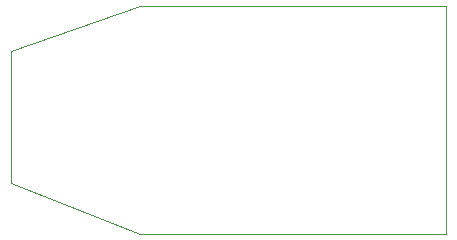
<source format=gbr>
%TF.GenerationSoftware,KiCad,Pcbnew,7.0.10*%
%TF.CreationDate,2024-10-22T16:46:23+13:00*%
%TF.ProjectId,MIDI_To_USB,4d494449-5f54-46f5-9f55-53422e6b6963,rev?*%
%TF.SameCoordinates,Original*%
%TF.FileFunction,Profile,NP*%
%FSLAX46Y46*%
G04 Gerber Fmt 4.6, Leading zero omitted, Abs format (unit mm)*
G04 Created by KiCad (PCBNEW 7.0.10) date 2024-10-22 16:46:23*
%MOMM*%
%LPD*%
G01*
G04 APERTURE LIST*
%TA.AperFunction,Profile*%
%ADD10C,0.100000*%
%TD*%
G04 APERTURE END LIST*
D10*
X173982000Y-95000000D02*
X173982000Y-99814000D01*
X161032000Y-99814000D01*
X148082000Y-99814000D01*
X137184000Y-95504000D01*
X137184000Y-84328000D01*
X148082000Y-80526000D01*
X173982000Y-80526000D01*
X173982000Y-95000000D01*
M02*

</source>
